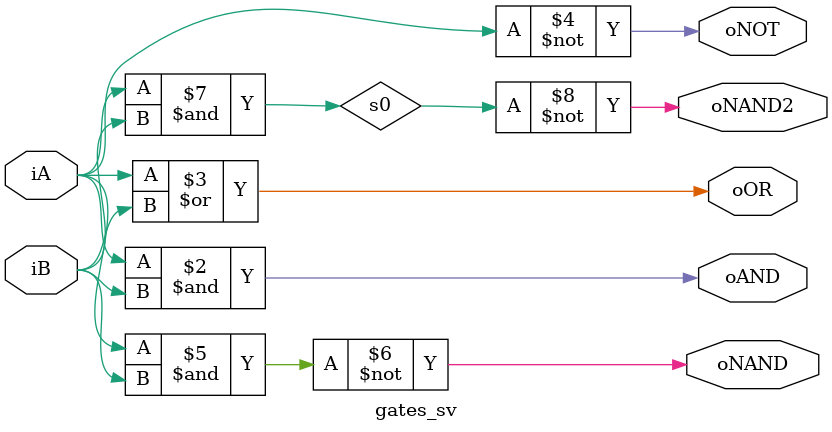
<source format=sv>
`timescale 1ns/1ps
`default_nettype none

module gates_sv (
  input  logic iA,
  input  logic iB,
  output logic oAND,
  output logic oOR,
  output logic oNOT,
  output logic oNAND,
  output logic oNAND2
);

  logic s0;

  // 순수 조합논리
  always_comb begin
    oAND   = iA & iB;
    oOR    = iA | iB;
    oNOT   = ~iA;
    oNAND  = ~(iA & iB);

    s0     = iA & iB;
    oNAND2 = ~s0;
  end

endmodule

`default_nettype wire

</source>
